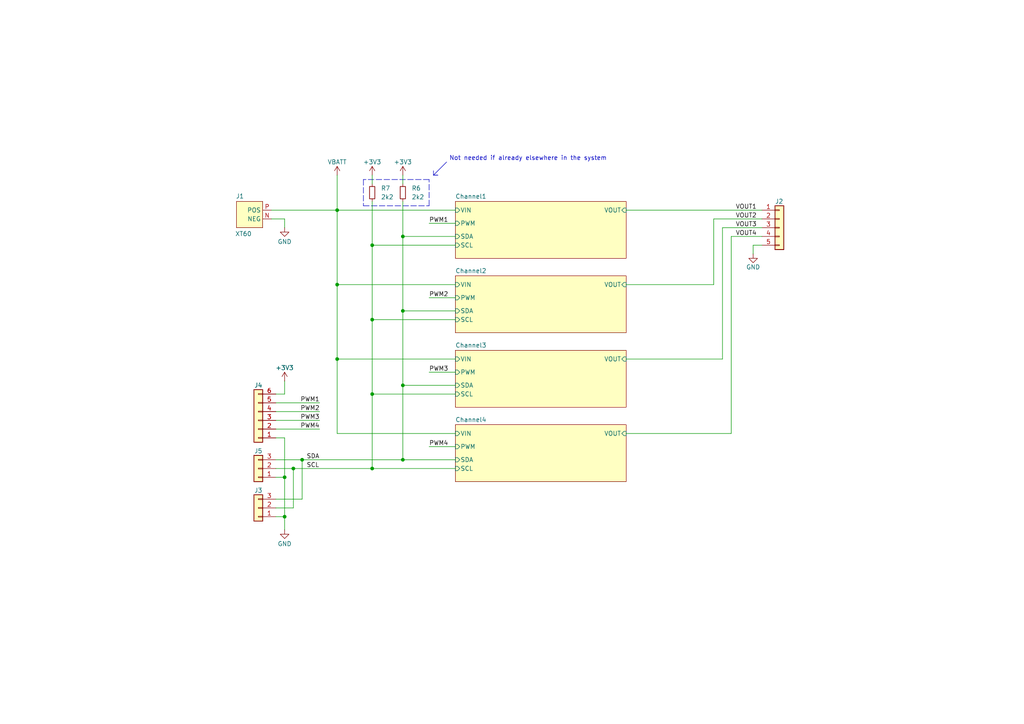
<source format=kicad_sch>
(kicad_sch (version 20231120) (generator "eeschema") (generator_version "8.0")
  (paper "A4")
  (title_block (title "Heating Control Board") (date "2025-03-20") (rev "V1") (company "Project Group B - MOD 11") (comment 1 "Heating subgroup"))
  (lib_symbols
    (symbol "Connector_Generic:Conn_01x03" (pin_names (offset 1.016) hide)
      (property "Reference" "J" (at 0 5.08 0))
      (property "Value" "Conn_01x03" (at 0 -5.08 0))
      (symbol "Conn_01x03_1_1"
        (rectangle (start -1.27 -2.413) (end 0 -2.667) (stroke (width 0.1524)))
        (rectangle (start -1.27 0.127) (end 0 -0.127) (stroke (width 0.1524)))
        (rectangle (start -1.27 2.667) (end 0 2.413) (stroke (width 0.1524)))
        (rectangle (start -1.27 3.81) (end 1.27 -3.81) (stroke (width 0.254)) (fill (type background)))
        (pin passive line (at -5.08 2.54 0) (length 3.81) (name "Pin_1") (number "1"))
        (pin passive line (at -5.08 0 0) (length 3.81) (name "Pin_2") (number "2"))
        (pin passive line (at -5.08 -2.54 0) (length 3.81) (name "Pin_3") (number "3"))
      )
    )
    (symbol "Connector_Generic:Conn_01x05" (pin_names (offset 1.016) hide)
      (property "Reference" "J" (at 0 7.62 0))
      (property "Value" "Conn_01x05" (at 0 -7.62 0))
      (symbol "Conn_01x05_1_1"
        (rectangle (start -1.27 -4.953) (end 0 -5.207) (stroke (width 0.1524)))
        (rectangle (start -1.27 -2.413) (end 0 -2.667) (stroke (width 0.1524)))
        (rectangle (start -1.27 0.127) (end 0 -0.127) (stroke (width 0.1524)))
        (rectangle (start -1.27 2.667) (end 0 2.413) (stroke (width 0.1524)))
        (rectangle (start -1.27 5.207) (end 0 4.953) (stroke (width 0.1524)))
        (rectangle (start -1.27 6.35) (end 1.27 -6.35) (stroke (width 0.254)) (fill (type background)))
        (pin passive line (at -5.08 5.08 0) (length 3.81) (name "Pin_1") (number "1"))
        (pin passive line (at -5.08 2.54 0) (length 3.81) (name "Pin_2") (number "2"))
        (pin passive line (at -5.08 0 0) (length 3.81) (name "Pin_3") (number "3"))
        (pin passive line (at -5.08 -2.54 0) (length 3.81) (name "Pin_4") (number "4"))
        (pin passive line (at -5.08 -5.08 0) (length 3.81) (name "Pin_5") (number "5"))
      )
    )
    (symbol "Connector_Generic:Conn_01x06" (pin_names (offset 1.016) hide)
      (property "Reference" "J" (at 0 7.62 0))
      (property "Value" "Conn_01x06" (at 0 -10.16 0))
      (symbol "Conn_01x06_1_1"
        (rectangle (start -1.27 -7.493) (end 0 -7.747) (stroke (width 0.1524)))
        (rectangle (start -1.27 -4.953) (end 0 -5.207) (stroke (width 0.1524)))
        (rectangle (start -1.27 -2.413) (end 0 -2.667) (stroke (width 0.1524)))
        (rectangle (start -1.27 0.127) (end 0 -0.127) (stroke (width 0.1524)))
        (rectangle (start -1.27 2.667) (end 0 2.413) (stroke (width 0.1524)))
        (rectangle (start -1.27 5.207) (end 0 4.953) (stroke (width 0.1524)))
        (rectangle (start -1.27 6.35) (end 1.27 -8.89) (stroke (width 0.254)) (fill (type background)))
        (pin passive line (at -5.08 5.08 0) (length 3.81) (name "Pin_1") (number "1"))
        (pin passive line (at -5.08 2.54 0) (length 3.81) (name "Pin_2") (number "2"))
        (pin passive line (at -5.08 0 0) (length 3.81) (name "Pin_3") (number "3"))
        (pin passive line (at -5.08 -2.54 0) (length 3.81) (name "Pin_4") (number "4"))
        (pin passive line (at -5.08 -5.08 0) (length 3.81) (name "Pin_5") (number "5"))
        (pin passive line (at -5.08 -7.62 0) (length 3.81) (name "Pin_6") (number "6"))
      )
    )
    (symbol "Device:R_Small" (pin_numbers hide) (pin_names (offset 0.254) hide)
      (property "Reference" "R" (at 0.762 0.508 0))
      (property "Value" "R_Small" (at 0.762 -1.016 0))
      (symbol "R_Small_0_1"
        (rectangle (start -0.762 1.778) (end 0.762 -1.778) (stroke (width 0.2032)))
      )
      (symbol "R_Small_1_1"
        (pin passive line (at 0 2.54 270) (length 0.762) (name "~") (number "1"))
        (pin passive line (at 0 -2.54 90) (length 0.762) (name "~") (number "2"))
      )
    )
    (symbol "HeatingBoard:XT60"
      (property "Reference" "J" (at 0 5.08 0))
      (property "Value" "XT60" (at 0 -5.08 0))
      (symbol "XT60_0_1"
        (rectangle (start -3.81 3.81) (end 3.81 -3.81) (fill (type background)))
      )
      (symbol "XT60_1_1"
        (pin passive line (at -6.35 -1.27 0) (length 2.54) (name "NEG") (number "N"))
        (pin passive line (at -6.35 1.27 0) (length 2.54) (name "POS") (number "P"))
      )
    )
    (symbol "power:+3V3" (power) (pin_numbers hide) (pin_names (offset 0) hide)
      (property "Value" "+3V3" (at 0 3.556 0))
      (symbol "+3V3_0_1"
        (polyline (pts (xy -0.762 1.27) (xy 0 2.54)))
        (polyline (pts (xy 0 0) (xy 0 2.54)))
        (polyline (pts (xy 0 2.54) (xy 0.762 1.27)))
      )
      (symbol "+3V3_1_1"
        (pin power_in line (at 0 0 90) (length 0) (name "~") (number "1"))
      )
    )
    (symbol "power:GND" (power) (pin_numbers hide) (pin_names (offset 0) hide)
      (property "Value" "GND" (at 0 -3.81 0))
      (symbol "GND_0_1"
        (polyline (pts (xy 0 0) (xy 0 -1.27) (xy 1.27 -1.27) (xy 0 -2.54) (xy -1.27 -1.27) (xy 0 -1.27)))
      )
      (symbol "GND_1_1"
        (pin power_in line (at 0 0 270) (length 0) (name "~") (number "1"))
      )
    )
    (symbol "power:VBUS" (power) (pin_numbers hide) (pin_names (offset 0) hide)
      (property "Value" "VBUS" (at 0 3.556 0))
      (symbol "VBUS_0_1"
        (polyline (pts (xy -0.762 1.27) (xy 0 2.54)))
        (polyline (pts (xy 0 0) (xy 0 2.54)))
        (polyline (pts (xy 0 2.54) (xy 0.762 1.27)))
      )
      (symbol "VBUS_1_1"
        (pin power_in line (at 0 0 90) (length 0) (name "~") (number "1"))
      )
    )
  )
  (junction (at 97.79 60.96))
  (junction (at 116.84 111.76))
  (junction (at 116.84 133.35))
  (junction (at 107.95 114.3))
  (junction (at 85.09 135.89))
  (junction (at 116.84 68.58))
  (junction (at 97.79 104.14))
  (junction (at 87.63 133.35))
  (junction (at 107.95 92.71))
  (junction (at 107.95 71.12))
  (junction (at 82.55 138.43))
  (junction (at 97.79 82.55))
  (junction (at 82.55 149.86))
  (junction (at 116.84 90.17))
  (junction (at 107.95 135.89))
  (wire (pts (xy 212.09 68.58) (xy 220.98 68.58)))
  (wire (pts (xy 116.84 90.17) (xy 116.84 68.58)))
  (wire (pts (xy 124.46 129.54) (xy 132.08 129.54)))
  (polyline (pts (xy 125.73 50.8) (xy 127 50.8)))
  (wire (pts (xy 82.55 138.43) (xy 82.55 149.86)))
  (wire (pts (xy 116.84 58.42) (xy 116.84 68.58)))
  (wire (pts (xy 82.55 63.5) (xy 78.74 63.5)))
  (wire (pts (xy 87.63 133.35) (xy 116.84 133.35)))
  (wire (pts (xy 80.01 149.86) (xy 82.55 149.86)))
  (polyline (pts (xy 125.73 50.8) (xy 129.54 46.99)))
  (wire (pts (xy 107.95 58.42) (xy 107.95 71.12)))
  (wire (pts (xy 124.46 64.77) (xy 132.08 64.77)))
  (wire (pts (xy 85.09 147.32) (xy 85.09 135.89)))
  (wire (pts (xy 80.01 124.46) (xy 92.71 124.46)))
  (wire (pts (xy 209.55 66.04) (xy 209.55 104.14)))
  (wire (pts (xy 107.95 114.3) (xy 107.95 92.71)))
  (wire (pts (xy 80.01 138.43) (xy 82.55 138.43)))
  (wire (pts (xy 132.08 111.76) (xy 116.84 111.76)))
  (wire (pts (xy 116.84 50.8) (xy 116.84 53.34)))
  (wire (pts (xy 212.09 68.58) (xy 212.09 125.73)))
  (wire (pts (xy 116.84 68.58) (xy 132.08 68.58)))
  (polyline (pts (xy 124.46 59.69) (xy 124.46 52.07)) (stroke (width 0) (type dash)))
  (wire (pts (xy 97.79 104.14) (xy 97.79 125.73)))
  (wire (pts (xy 82.55 66.04) (xy 82.55 63.5)))
  (wire (pts (xy 107.95 114.3) (xy 132.08 114.3)))
  (wire (pts (xy 97.79 104.14) (xy 132.08 104.14)))
  (wire (pts (xy 132.08 92.71) (xy 107.95 92.71)))
  (polyline (pts (xy 105.41 52.07) (xy 105.41 59.69)) (stroke (width 0) (type dash)))
  (wire (pts (xy 82.55 149.86) (xy 82.55 153.67)))
  (wire (pts (xy 107.95 71.12) (xy 132.08 71.12)))
  (wire (pts (xy 107.95 71.12) (xy 107.95 92.71)))
  (wire (pts (xy 132.08 133.35) (xy 116.84 133.35)))
  (wire (pts (xy 87.63 133.35) (xy 80.01 133.35)))
  (wire (pts (xy 80.01 147.32) (xy 85.09 147.32)))
  (wire (pts (xy 80.01 116.84) (xy 92.71 116.84)))
  (polyline (pts (xy 105.41 59.69) (xy 124.46 59.69)) (stroke (width 0) (type dash)))
  (wire (pts (xy 124.46 86.36) (xy 132.08 86.36)))
  (polyline (pts (xy 124.46 52.07) (xy 105.41 52.07)) (stroke (width 0) (type dash)))
  (polyline (pts (xy 125.73 50.8) (xy 127 50.8)))
  (wire (pts (xy 80.01 144.78) (xy 87.63 144.78)))
  (wire (pts (xy 80.01 121.92) (xy 92.71 121.92)))
  (wire (pts (xy 181.61 60.96) (xy 220.98 60.96)))
  (wire (pts (xy 80.01 119.38) (xy 92.71 119.38)))
  (wire (pts (xy 181.61 82.55) (xy 207.01 82.55)))
  (wire (pts (xy 116.84 111.76) (xy 116.84 90.17)))
  (wire (pts (xy 218.44 71.12) (xy 218.44 73.66)))
  (wire (pts (xy 97.79 82.55) (xy 132.08 82.55)))
  (wire (pts (xy 116.84 133.35) (xy 116.84 111.76)))
  (wire (pts (xy 207.01 82.55) (xy 207.01 63.5)))
  (wire (pts (xy 85.09 135.89) (xy 107.95 135.89)))
  (wire (pts (xy 207.01 63.5) (xy 220.98 63.5)))
  (wire (pts (xy 80.01 114.3) (xy 82.55 114.3)))
  (wire (pts (xy 132.08 135.89) (xy 107.95 135.89)))
  (wire (pts (xy 97.79 82.55) (xy 97.79 104.14)))
  (wire (pts (xy 132.08 60.96) (xy 97.79 60.96)))
  (wire (pts (xy 80.01 135.89) (xy 85.09 135.89)))
  (wire (pts (xy 181.61 104.14) (xy 209.55 104.14)))
  (wire (pts (xy 209.55 66.04) (xy 220.98 66.04)))
  (wire (pts (xy 107.95 135.89) (xy 107.95 114.3)))
  (wire (pts (xy 97.79 50.8) (xy 97.79 60.96)))
  (wire (pts (xy 132.08 90.17) (xy 116.84 90.17)))
  (wire (pts (xy 97.79 125.73) (xy 132.08 125.73)))
  (wire (pts (xy 124.46 107.95) (xy 132.08 107.95)))
  (wire (pts (xy 87.63 144.78) (xy 87.63 133.35)))
  (wire (pts (xy 82.55 127) (xy 82.55 138.43)))
  (wire (pts (xy 107.95 50.8) (xy 107.95 53.34)))
  (wire (pts (xy 181.61 125.73) (xy 212.09 125.73)))
  (wire (pts (xy 97.79 60.96) (xy 97.79 82.55)))
  (wire (pts (xy 97.79 60.96) (xy 78.74 60.96)))
  (wire (pts (xy 220.98 71.12) (xy 218.44 71.12)))
  (polyline (pts (xy 125.73 49.53) (xy 125.73 50.8)))
  (wire (pts (xy 80.01 127) (xy 82.55 127)))
  (wire (pts (xy 82.55 110.49) (xy 82.55 114.3)))
  (text "Not needed if already elsewhere in the system\n" (at 153.162 45.974 0) (effects (font (size 1.27 1.27))))
  (label "PWM2" (at 92.71 119.38 180))
  (label "VOUT2" (at 213.36 63.5 0))
  (label "PWM2" (at 124.46 86.36 0))
  (label "PWM4" (at 124.46 129.54 0))
  (label "SDA" (at 88.9 133.35 0))
  (label "PWM3" (at 124.46 107.95 0))
  (label "VOUT4" (at 213.36 68.58 0))
  (label "VOUT1" (at 213.36 60.96 0))
  (label "SCL" (at 88.9 135.89 0))
  (label "PWM3" (at 92.71 121.92 180))
  (label "PWM1" (at 92.71 116.84 180))
  (label "PWM1" (at 124.46 64.77 0))
  (label "VOUT3" (at 213.36 66.04 0))
  (label "PWM4" (at 92.71 124.46 180))
  (symbol (lib_id "power:GND") (at 82.55 153.67 0) (unit 1)
    (property "Reference" "#PWR01" (effects (hide yes)))
    (property "Value" "GND" (at 82.55 157.734 0))
    (property "Description" "Power symbol creates a global label with name \"GND\" , ground" (effects (hide yes)))
  )
  (symbol (lib_id "Device:R_Small") (at 107.95 55.88 0) (unit 1)
    (property "Reference" "R7" (at 110.49 54.6099 0) (effects (justify left)))
    (property "Value" "2k2" (at 110.49 57.1499 0) (effects (justify left)))
    (property "Description" "Resistor, small symbol" (effects (hide yes)))
  )
  (symbol (lib_id "power:+3V3") (at 82.55 110.49 0) (unit 1)
    (property "Reference" "#PWR04" (effects (hide yes)))
    (property "Value" "+3V3" (at 82.55 106.68 0))
    (property "Description" "Power symbol creates a global label with name \"+3V3\"" (effects (hide yes)))
  )
  (symbol (lib_id "Connector_Generic:Conn_01x06") (at 74.93 121.92 180) (unit 1)
    (property "Reference" "J4" (at 74.93 111.76 0))
    (property "Value" "Conn_01x06" (effects (hide yes)))
    (property "Description" "Generic connector, single row, 01x06, script generated (kicad-library-utils/schlib/autogen/connector/)" (effects (hide yes)))
  )
  (symbol (lib_id "Device:R_Small") (at 116.84 55.88 0) (unit 1)
    (property "Reference" "R6" (at 119.38 54.6099 0) (effects (justify left)))
    (property "Value" "2k2" (at 119.38 57.1499 0) (effects (justify left)))
    (property "Description" "Resistor, small symbol" (effects (hide yes)))
  )
  (symbol (lib_id "Connector_Generic:Conn_01x05") (at 226.06 66.04 0) (unit 1)
    (property "Reference" "J2" (at 224.79 58.42 0) (effects (justify left)))
    (property "Value" "Conn_01x05" (effects (hide yes)))
    (property "Description" "Generic connector, single row, 01x05, script generated (kicad-library-utils/schlib/autogen/connector/)" (effects (hide yes)))
  )
  (symbol (lib_id "power:GND") (at 82.55 66.04 0) (unit 1)
    (property "Reference" "#PWR028" (effects (hide yes)))
    (property "Value" "GND" (at 82.55 70.104 0))
    (property "Description" "Power symbol creates a global label with name \"GND\" , ground" (effects (hide yes)))
  )
  (symbol (lib_id "HeatingBoard:XT60") (at 72.39 62.23 0) (mirror y) (unit 1)
    (property "Reference" "J1" (at 69.596 56.896 0))
    (property "Value" "XT60" (at 70.612 67.818 0))
    (property "Footprint" "HeatingBoard:AMASS_XT60-M" (effects (hide yes)))
  )
  (symbol (lib_id "power:+3V3") (at 116.84 50.8 0) (unit 1)
    (property "Reference" "#PWR07" (effects (hide yes)))
    (property "Value" "+3V3" (at 116.84 46.99 0))
    (property "Description" "Power symbol creates a global label with name \"+3V3\"" (effects (hide yes)))
  )
  (symbol (lib_id "Connector_Generic:Conn_01x03") (at 74.93 147.32 180) (unit 1)
    (property "Reference" "J3" (at 74.93 142.24 0))
    (property "Value" "Conn_01x03" (effects (hide yes)))
    (property "Description" "Generic connector, single row, 01x03, script generated (kicad-library-utils/schlib/autogen/connector/)" (effects (hide yes)))
  )
  (symbol (lib_id "power:+3V3") (at 107.95 50.8 0) (unit 1)
    (property "Reference" "#PWR08" (effects (hide yes)))
    (property "Value" "+3V3" (at 107.95 46.99 0))
    (property "Description" "Power symbol creates a global label with name \"+3V3\"" (effects (hide yes)))
  )
  (symbol (lib_id "Connector_Generic:Conn_01x03") (at 74.93 135.89 180) (unit 1)
    (property "Reference" "J5" (at 74.93 130.81 0))
    (property "Value" "Conn_01x03" (effects (hide yes)))
    (property "Description" "Generic connector, single row, 01x03, script generated (kicad-library-utils/schlib/autogen/connector/)" (effects (hide yes)))
  )
  (symbol (lib_id "power:GND") (at 218.44 73.66 0) (unit 1)
    (property "Reference" "#PWR029" (effects (hide yes)))
    (property "Value" "GND" (at 218.44 77.47 0))
    (property "Description" "Power symbol creates a global label with name \"GND\" , ground" (effects (hide yes)))
  )
  (symbol (lib_id "power:VBUS") (at 97.79 50.8 0) (unit 1)
    (property "Reference" "#PWR09" (effects (hide yes)))
    (property "Value" "VBATT" (at 97.79 46.99 0))
    (property "Description" "Power symbol creates a global label with name \"VBUS\"" (effects (hide yes)))
  )
  (sheet (at 132.08 80.01) (size 49.53 16.51) (stroke (width 0.1524)) (fill (color 255 255 194 1.0000))
    (property "Sheetname" "Channel2" (at 132.08 79.2984 0) (effects (justify left bottom)))
    (property "Sheetfile" "Channel.kicad_sch" (effects (hide yes)))
    (pin "VOUT" input (at 181.61 82.55 0))
    (pin "PWM" input (at 132.08 86.36 180))
    (pin "SCL" input (at 132.08 92.71 180))
    (pin "VIN" input (at 132.08 82.55 180))
    (pin "SDA" input (at 132.08 90.17 180))
  )
  (sheet (at 132.08 123.19) (size 49.53 16.51) (stroke (width 0.1524)) (fill (color 255 255 194 1.0000))
    (property "Sheetname" "Channel4" (at 132.08 122.4784 0) (effects (justify left bottom)))
    (property "Sheetfile" "Channel.kicad_sch" (effects (hide yes)))
    (pin "VOUT" input (at 181.61 125.73 0))
    (pin "PWM" input (at 132.08 129.54 180))
    (pin "SCL" input (at 132.08 135.89 180))
    (pin "VIN" input (at 132.08 125.73 180))
    (pin "SDA" input (at 132.08 133.35 180))
  )
  (sheet (at 132.08 101.6) (size 49.53 16.51) (stroke (width 0.1524)) (fill (color 255 255 194 1.0000))
    (property "Sheetname" "Channel3" (at 132.08 100.8884 0) (effects (justify left bottom)))
    (property "Sheetfile" "Channel.kicad_sch" (effects (hide yes)))
    (pin "VOUT" input (at 181.61 104.14 0))
    (pin "PWM" input (at 132.08 107.95 180))
    (pin "SCL" input (at 132.08 114.3 180))
    (pin "VIN" input (at 132.08 104.14 180))
    (pin "SDA" input (at 132.08 111.76 180))
  )
  (sheet (at 132.08 58.42) (size 49.53 16.51) (stroke (width 0.1524)) (fill (color 255 255 194 1.0000))
    (property "Sheetname" "Channel1" (at 132.08 57.7084 0) (effects (justify left bottom)))
    (property "Sheetfile" "Channel.kicad_sch" (effects (hide yes)))
    (pin "VOUT" input (at 181.61 60.96 0))
    (pin "PWM" input (at 132.08 64.77 180))
    (pin "SCL" input (at 132.08 71.12 180))
    (pin "VIN" input (at 132.08 60.96 180))
    (pin "SDA" input (at 132.08 68.58 180))
  )
)
</source>
